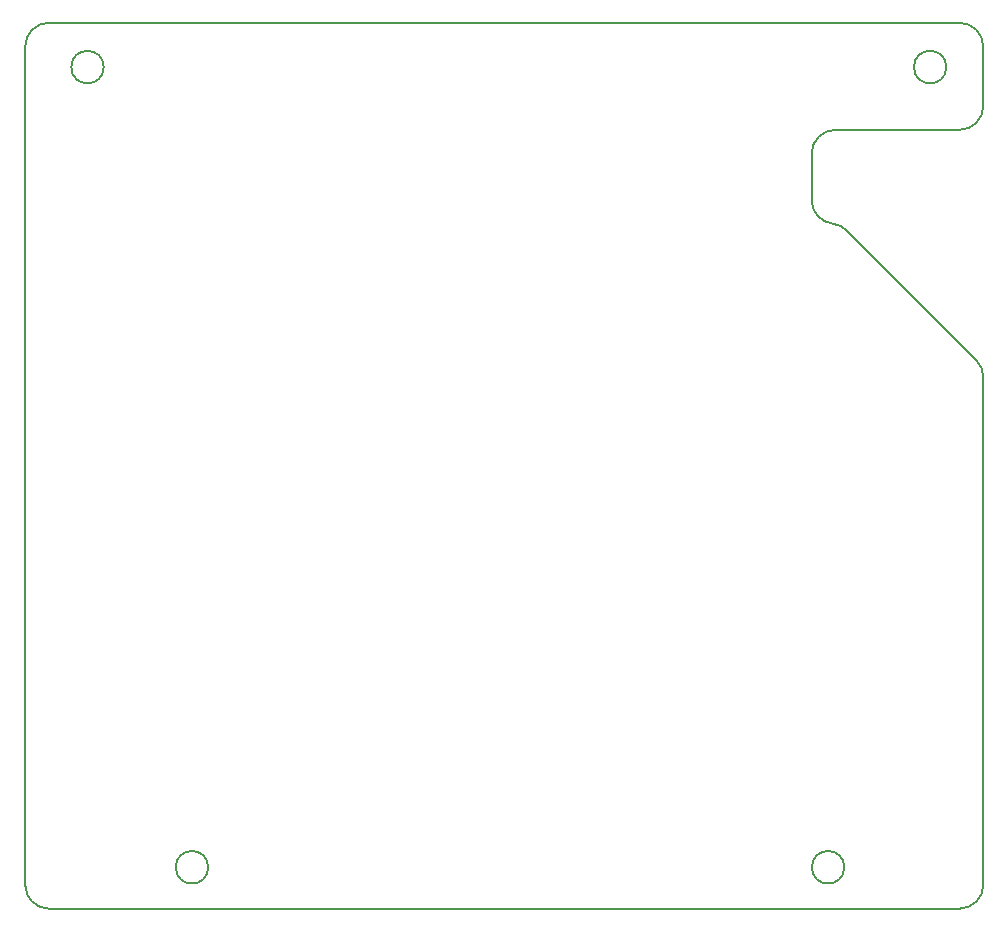
<source format=gbr>
%TF.GenerationSoftware,KiCad,Pcbnew,(5.1.10)-1*%
%TF.CreationDate,2023-08-16T20:39:55-05:00*%
%TF.ProjectId,brs_flight_computer,6272735f-666c-4696-9768-745f636f6d70,A*%
%TF.SameCoordinates,Original*%
%TF.FileFunction,Profile,NP*%
%FSLAX46Y46*%
G04 Gerber Fmt 4.6, Leading zero omitted, Abs format (unit mm)*
G04 Created by KiCad (PCBNEW (5.1.10)-1) date 2023-08-16 20:39:55*
%MOMM*%
%LPD*%
G01*
G04 APERTURE LIST*
%TA.AperFunction,Profile*%
%ADD10C,0.200000*%
%TD*%
G04 APERTURE END LIST*
D10*
X190214000Y-73169964D02*
X190214000Y-78232000D01*
X109098271Y-144169963D02*
X109098271Y-73169964D01*
X175685200Y-82232000D02*
X175685200Y-86192673D01*
X111098271Y-71169964D02*
X188214000Y-71169964D01*
X177472383Y-88181318D02*
G75*
G02*
X175685200Y-86192673I212817J1988645D01*
G01*
X187089000Y-74920886D02*
G75*
G03*
X187089000Y-74920886I-1375000J0D01*
G01*
X124589000Y-142669963D02*
G75*
G03*
X124589000Y-142669963I-1375000J0D01*
G01*
X189630546Y-99748744D02*
G75*
G02*
X190214000Y-101160621I-1416546J-1411877D01*
G01*
X178676113Y-88758086D02*
X189630546Y-99748744D01*
X109098271Y-73169964D02*
G75*
G02*
X111098271Y-71169964I2000000J0D01*
G01*
X188214000Y-146169963D02*
X111098271Y-146169963D01*
X111098271Y-146169963D02*
G75*
G02*
X109098271Y-144169963I0J2000000D01*
G01*
X175685200Y-82232000D02*
G75*
G02*
X177685200Y-80232000I2000000J0D01*
G01*
X177472383Y-88181318D02*
G75*
G02*
X175685200Y-86192673I212817J1988645D01*
G01*
X109098271Y-144169963D02*
X109098271Y-73169964D01*
X111098271Y-146169963D02*
G75*
G02*
X109098271Y-144169963I0J2000000D01*
G01*
X190214000Y-144169963D02*
G75*
G02*
X188214000Y-146169963I-2000000J0D01*
G01*
X177472384Y-88181318D02*
G75*
G02*
X178676113Y-88758086I-212817J-1988645D01*
G01*
X175685200Y-82232000D02*
G75*
G02*
X177685200Y-80232000I2000000J0D01*
G01*
X177472384Y-88181318D02*
G75*
G02*
X178676113Y-88758086I-212817J-1988645D01*
G01*
X111098271Y-71169964D02*
X188214000Y-71169964D01*
X190214000Y-73169964D02*
X190214000Y-78232000D01*
X188214000Y-71169964D02*
G75*
G02*
X190214000Y-73169964I0J-2000000D01*
G01*
X178676113Y-88758086D02*
X189630546Y-99748744D01*
X115747000Y-74920964D02*
G75*
G03*
X115747000Y-74920964I-1375000J0D01*
G01*
X187089000Y-74920886D02*
G75*
G03*
X187089000Y-74920886I-1375000J0D01*
G01*
X188214000Y-80232000D02*
X177685200Y-80232000D01*
X109098271Y-73169964D02*
G75*
G02*
X111098271Y-71169964I2000000J0D01*
G01*
X188214000Y-146169963D02*
X111098271Y-146169963D01*
X178449700Y-142669963D02*
G75*
G03*
X178449700Y-142669963I-1375000J0D01*
G01*
X115747000Y-74920964D02*
G75*
G03*
X115747000Y-74920964I-1375000J0D01*
G01*
X190214000Y-78232000D02*
G75*
G02*
X188214000Y-80232000I-2000000J0D01*
G01*
X188214000Y-71169964D02*
G75*
G02*
X190214000Y-73169964I0J-2000000D01*
G01*
X178449700Y-142669963D02*
G75*
G03*
X178449700Y-142669963I-1375000J0D01*
G01*
X190214000Y-101160621D02*
X190214000Y-144169963D01*
X124589000Y-142669963D02*
G75*
G03*
X124589000Y-142669963I-1375000J0D01*
G01*
X189630546Y-99748744D02*
G75*
G02*
X190214000Y-101160621I-1416546J-1411877D01*
G01*
X190214000Y-101160621D02*
X190214000Y-144169963D01*
X190214000Y-144169963D02*
G75*
G02*
X188214000Y-146169963I-2000000J0D01*
G01*
X188214000Y-80232000D02*
X177685200Y-80232000D01*
X175685200Y-82232000D02*
X175685200Y-86192673D01*
X190214000Y-78232000D02*
G75*
G02*
X188214000Y-80232000I-2000000J0D01*
G01*
M02*

</source>
